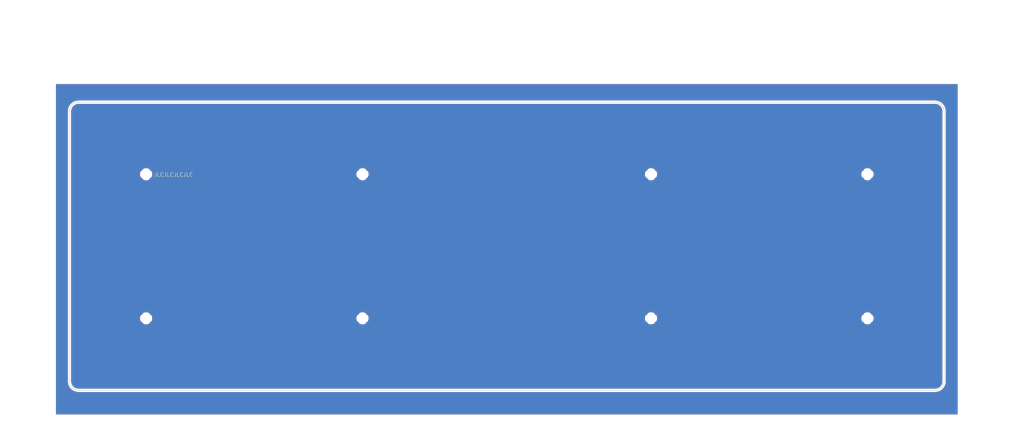
<source format=kicad_pcb>
(kicad_pcb (version 20171130) (host pcbnew "(5.0.0)")

  (general
    (thickness 1.6)
    (drawings 25)
    (tracks 0)
    (zones 0)
    (modules 8)
    (nets 1)
  )

  (page A4)
  (layers
    (0 F.Cu signal)
    (31 B.Cu signal)
    (32 B.Adhes user)
    (33 F.Adhes user)
    (34 B.Paste user)
    (35 F.Paste user)
    (36 B.SilkS user)
    (37 F.SilkS user)
    (38 B.Mask user)
    (39 F.Mask user)
    (40 Dwgs.User user)
    (41 Cmts.User user)
    (42 Eco1.User user)
    (43 Eco2.User user)
    (44 Edge.Cuts user)
    (45 Margin user)
    (46 B.CrtYd user)
    (47 F.CrtYd user)
    (48 B.Fab user)
    (49 F.Fab user)
  )

  (setup
    (last_trace_width 0.25)
    (trace_clearance 0.2)
    (zone_clearance 0.381)
    (zone_45_only no)
    (trace_min 0.2)
    (segment_width 0.2)
    (edge_width 0.15)
    (via_size 0.6)
    (via_drill 0.4)
    (via_min_size 0.4)
    (via_min_drill 0.3)
    (uvia_size 0.3)
    (uvia_drill 0.1)
    (uvias_allowed no)
    (uvia_min_size 0.2)
    (uvia_min_drill 0.1)
    (pcb_text_width 0.3)
    (pcb_text_size 1.5 1.5)
    (mod_edge_width 0.15)
    (mod_text_size 1 1)
    (mod_text_width 0.15)
    (pad_size 2 2)
    (pad_drill 1)
    (pad_to_mask_clearance 0.2)
    (aux_axis_origin 0 0)
    (visible_elements 7FFFFFFF)
    (pcbplotparams
      (layerselection 0x010fc_ffffffff)
      (usegerberextensions true)
      (usegerberattributes false)
      (usegerberadvancedattributes false)
      (creategerberjobfile false)
      (excludeedgelayer true)
      (linewidth 0.100000)
      (plotframeref false)
      (viasonmask false)
      (mode 1)
      (useauxorigin false)
      (hpglpennumber 1)
      (hpglpenspeed 20)
      (hpglpendiameter 15.000000)
      (psnegative false)
      (psa4output false)
      (plotreference true)
      (plotvalue true)
      (plotinvisibletext false)
      (padsonsilk false)
      (subtractmaskfromsilk false)
      (outputformat 1)
      (mirror false)
      (drillshape 0)
      (scaleselection 1)
      (outputdirectory "Gerber/"))
  )

  (net 0 "")

  (net_class Default "This is the default net class."
    (clearance 0.2)
    (trace_width 0.25)
    (via_dia 0.6)
    (via_drill 0.4)
    (uvia_dia 0.3)
    (uvia_drill 0.1)
  )

  (module MountingHole:MountingHole_2.2mm_M2_ISO7380 locked (layer F.Cu) (tedit 5BE7B8AF) (tstamp 5BF3F2CB)
    (at 47.625 47.625)
    (descr "Mounting Hole 2.2mm, no annular, M2, ISO7380")
    (tags "mounting hole 2.2mm no annular m2 iso7380")
    (path /5BEAA9AF)
    (attr virtual)
    (fp_text reference J1 (at 0 -2.75) (layer F.SilkS) hide
      (effects (font (size 1 1) (thickness 0.15)))
    )
    (fp_text value Conn_01x01 (at 0 2.75) (layer F.Fab)
      (effects (font (size 1 1) (thickness 0.15)))
    )
    (fp_text user %R (at 0.3 0) (layer F.Fab)
      (effects (font (size 1 1) (thickness 0.15)))
    )
    (fp_circle (center 0 0) (end 1.75 0) (layer Cmts.User) (width 0.15))
    (fp_circle (center 0 0) (end 2 0) (layer F.CrtYd) (width 0.05))
    (pad 1 np_thru_hole circle (at 0 0) (size 2.2 2.2) (drill 2.2) (layers *.Cu *.Mask))
  )

  (module MountingHole:MountingHole_2.2mm_M2_ISO7380 locked (layer F.Cu) (tedit 5BE7B8C0) (tstamp 5BF3F2D3)
    (at 104.775 47.625)
    (descr "Mounting Hole 2.2mm, no annular, M2, ISO7380")
    (tags "mounting hole 2.2mm no annular m2 iso7380")
    (path /5BEAABB7)
    (attr virtual)
    (fp_text reference J2 (at 0 -2.75) (layer F.SilkS) hide
      (effects (font (size 1 1) (thickness 0.15)))
    )
    (fp_text value Conn_01x01 (at 0 2.75) (layer F.Fab)
      (effects (font (size 1 1) (thickness 0.15)))
    )
    (fp_text user %R (at 0.3 0) (layer F.Fab)
      (effects (font (size 1 1) (thickness 0.15)))
    )
    (fp_circle (center 0 0) (end 1.75 0) (layer Cmts.User) (width 0.15))
    (fp_circle (center 0 0) (end 2 0) (layer F.CrtYd) (width 0.05))
    (pad 1 np_thru_hole circle (at 0 0) (size 2.2 2.2) (drill 2.2) (layers *.Cu *.Mask))
  )

  (module MountingHole:MountingHole_2.2mm_M2_ISO7380 locked (layer F.Cu) (tedit 5BE7B8AA) (tstamp 5BF3F2DB)
    (at 47.625 85.725)
    (descr "Mounting Hole 2.2mm, no annular, M2, ISO7380")
    (tags "mounting hole 2.2mm no annular m2 iso7380")
    (path /5BEAAD8D)
    (attr virtual)
    (fp_text reference J3 (at 0 -2.75) (layer F.SilkS) hide
      (effects (font (size 1 1) (thickness 0.15)))
    )
    (fp_text value Conn_01x01 (at 0 2.75) (layer F.Fab)
      (effects (font (size 1 1) (thickness 0.15)))
    )
    (fp_text user %R (at 0.3 0) (layer F.Fab)
      (effects (font (size 1 1) (thickness 0.15)))
    )
    (fp_circle (center 0 0) (end 1.75 0) (layer Cmts.User) (width 0.15))
    (fp_circle (center 0 0) (end 2 0) (layer F.CrtYd) (width 0.05))
    (pad 1 np_thru_hole circle (at 0 0) (size 2.2 2.2) (drill 2.2) (layers *.Cu *.Mask))
  )

  (module MountingHole:MountingHole_2.2mm_M2_ISO7380 locked (layer F.Cu) (tedit 5BE7B8A6) (tstamp 5BF3F2E3)
    (at 104.775 85.725)
    (descr "Mounting Hole 2.2mm, no annular, M2, ISO7380")
    (tags "mounting hole 2.2mm no annular m2 iso7380")
    (path /5BEAAF6D)
    (attr virtual)
    (fp_text reference J4 (at 0 -2.75) (layer F.SilkS) hide
      (effects (font (size 1 1) (thickness 0.15)))
    )
    (fp_text value Conn_01x01 (at 0 2.75) (layer F.Fab)
      (effects (font (size 1 1) (thickness 0.15)))
    )
    (fp_text user %R (at 0.3 0) (layer F.Fab)
      (effects (font (size 1 1) (thickness 0.15)))
    )
    (fp_circle (center 0 0) (end 1.75 0) (layer Cmts.User) (width 0.15))
    (fp_circle (center 0 0) (end 2 0) (layer F.CrtYd) (width 0.05))
    (pad 1 np_thru_hole circle (at 0 0) (size 2.2 2.2) (drill 2.2) (layers *.Cu *.Mask))
  )

  (module MountingHole:MountingHole_2.2mm_M2_ISO7380 locked (layer F.Cu) (tedit 5BE7B8A1) (tstamp 5BF3F2EB)
    (at 180.975 47.625)
    (descr "Mounting Hole 2.2mm, no annular, M2, ISO7380")
    (tags "mounting hole 2.2mm no annular m2 iso7380")
    (path /5BEAAAC9)
    (attr virtual)
    (fp_text reference J5 (at 0 -2.75) (layer F.SilkS) hide
      (effects (font (size 1 1) (thickness 0.15)))
    )
    (fp_text value Conn_01x01 (at 0 2.75) (layer F.Fab)
      (effects (font (size 1 1) (thickness 0.15)))
    )
    (fp_circle (center 0 0) (end 2 0) (layer F.CrtYd) (width 0.05))
    (fp_circle (center 0 0) (end 1.75 0) (layer Cmts.User) (width 0.15))
    (fp_text user %R (at 0.3 0) (layer F.Fab)
      (effects (font (size 1 1) (thickness 0.15)))
    )
    (pad 1 np_thru_hole circle (at 0 0) (size 2.2 2.2) (drill 2.2) (layers *.Cu *.Mask))
  )

  (module MountingHole:MountingHole_2.2mm_M2_ISO7380 locked (layer F.Cu) (tedit 5BE7B89B) (tstamp 5BF3F2F3)
    (at 180.975 85.725)
    (descr "Mounting Hole 2.2mm, no annular, M2, ISO7380")
    (tags "mounting hole 2.2mm no annular m2 iso7380")
    (path /5BEAAC9F)
    (attr virtual)
    (fp_text reference J6 (at 0 -2.75) (layer F.SilkS) hide
      (effects (font (size 1 1) (thickness 0.15)))
    )
    (fp_text value Conn_01x01 (at 0 2.75) (layer F.Fab)
      (effects (font (size 1 1) (thickness 0.15)))
    )
    (fp_circle (center 0 0) (end 2 0) (layer F.CrtYd) (width 0.05))
    (fp_circle (center 0 0) (end 1.75 0) (layer Cmts.User) (width 0.15))
    (fp_text user %R (at 0.3 0) (layer F.Fab)
      (effects (font (size 1 1) (thickness 0.15)))
    )
    (pad 1 np_thru_hole circle (at 0 0) (size 2.2 2.2) (drill 2.2) (layers *.Cu *.Mask))
  )

  (module MountingHole:MountingHole_2.2mm_M2_ISO7380 locked (layer F.Cu) (tedit 5BE7B88B) (tstamp 5BF3F2FB)
    (at 238.125 47.625)
    (descr "Mounting Hole 2.2mm, no annular, M2, ISO7380")
    (tags "mounting hole 2.2mm no annular m2 iso7380")
    (path /5BEAAE81)
    (attr virtual)
    (fp_text reference J7 (at 0 -2.75) (layer F.SilkS) hide
      (effects (font (size 1 1) (thickness 0.15)))
    )
    (fp_text value Conn_01x01 (at 0 2.75) (layer F.Fab)
      (effects (font (size 1 1) (thickness 0.15)))
    )
    (fp_circle (center 0 0) (end 2 0) (layer F.CrtYd) (width 0.05))
    (fp_circle (center 0 0) (end 1.75 0) (layer Cmts.User) (width 0.15))
    (fp_text user %R (at 0.3 0) (layer F.Fab)
      (effects (font (size 1 1) (thickness 0.15)))
    )
    (pad 1 np_thru_hole circle (at 0 0) (size 2.2 2.2) (drill 2.2) (layers *.Cu *.Mask))
  )

  (module MountingHole:MountingHole_2.2mm_M2_ISO7380 locked (layer F.Cu) (tedit 5BE7B895) (tstamp 5BF3F303)
    (at 238.125 85.725)
    (descr "Mounting Hole 2.2mm, no annular, M2, ISO7380")
    (tags "mounting hole 2.2mm no annular m2 iso7380")
    (path /5BEAB063)
    (attr virtual)
    (fp_text reference J8 (at 0 -2.75) (layer F.SilkS) hide
      (effects (font (size 1 1) (thickness 0.15)))
    )
    (fp_text value Conn_01x01 (at 0 2.75) (layer F.Fab)
      (effects (font (size 1 1) (thickness 0.15)))
    )
    (fp_circle (center 0 0) (end 2 0) (layer F.CrtYd) (width 0.05))
    (fp_circle (center 0 0) (end 1.75 0) (layer Cmts.User) (width 0.15))
    (fp_text user %R (at 0.3 0) (layer F.Fab)
      (effects (font (size 1 1) (thickness 0.15)))
    )
    (pad 1 np_thru_hole circle (at 0 0) (size 2.2 2.2) (drill 2.2) (layers *.Cu *.Mask))
  )

  (gr_text JLCJLCJLCJLC (at 54.864 47.752) (layer F.SilkS)
    (effects (font (size 1 1) (thickness 0.1)))
  )
  (gr_line (start 27.384375 102.39375) (end 27.384375 30.95625) (layer Edge.Cuts) (width 0.15))
  (gr_line (start 258.365625 30.95625) (end 258.365625 102.39375) (layer Edge.Cuts) (width 0.15))
  (gr_arc (start 255.984375 30.95625) (end 255.984375 28.575) (angle 90) (layer Edge.Cuts) (width 0.15))
  (gr_arc (start 255.984375 102.39375) (end 258.365625 102.39375) (angle 90) (layer Edge.Cuts) (width 0.15))
  (gr_arc (start 29.765625 102.39375) (end 29.765625 104.775) (angle 90) (layer Edge.Cuts) (width 0.15))
  (gr_arc (start 29.765625 30.95625) (end 27.384375 30.95625) (angle 90) (layer Edge.Cuts) (width 0.15))
  (dimension 230.98125 (width 0.3) (layer Dwgs.User)
    (gr_text "230.981 mm" (at 142.875 3.4125) (layer Dwgs.User)
      (effects (font (size 1.5 1.5) (thickness 0.3)))
    )
    (feature1 (pts (xy 27.384375 28.575) (xy 27.384375 2.0625)))
    (feature2 (pts (xy 258.365625 28.575) (xy 258.365625 2.0625)))
    (crossbar (pts (xy 258.365625 4.7625) (xy 27.384375 4.7625)))
    (arrow1a (pts (xy 27.384375 4.7625) (xy 28.510879 4.176079)))
    (arrow1b (pts (xy 27.384375 4.7625) (xy 28.510879 5.348921)))
    (arrow2a (pts (xy 258.365625 4.7625) (xy 257.239121 4.176079)))
    (arrow2b (pts (xy 258.365625 4.7625) (xy 257.239121 5.348921)))
  )
  (dimension 1.190625 (width 0.3) (layer Dwgs.User)
    (gr_text "1.191 mm" (at 257.770312 21.271875) (layer Dwgs.User)
      (effects (font (size 1.5 1.5) (thickness 0.3)))
    )
    (feature1 (pts (xy 258.365625 28.575) (xy 258.365625 19.921875)))
    (feature2 (pts (xy 257.175 28.575) (xy 257.175 19.921875)))
    (crossbar (pts (xy 257.175 22.621875) (xy 258.365625 22.621875)))
    (arrow1a (pts (xy 258.365625 22.621875) (xy 257.239121 23.208296)))
    (arrow1b (pts (xy 258.365625 22.621875) (xy 257.239121 22.035454)))
    (arrow2a (pts (xy 257.175 22.621875) (xy 258.301504 23.208296)))
    (arrow2b (pts (xy 257.175 22.621875) (xy 258.301504 22.035454)))
  )
  (dimension 1.190625 (width 0.3) (layer Dwgs.User)
    (gr_text "1.191 mm" (at 27.979687 10.55625) (layer Dwgs.User)
      (effects (font (size 1.5 1.5) (thickness 0.3)))
    )
    (feature1 (pts (xy 27.384375 28.575) (xy 27.384375 9.20625)))
    (feature2 (pts (xy 28.575 28.575) (xy 28.575 9.20625)))
    (crossbar (pts (xy 28.575 11.90625) (xy 27.384375 11.90625)))
    (arrow1a (pts (xy 27.384375 11.90625) (xy 28.510879 11.319829)))
    (arrow1b (pts (xy 27.384375 11.90625) (xy 28.510879 12.492671)))
    (arrow2a (pts (xy 28.575 11.90625) (xy 27.448496 11.319829)))
    (arrow2b (pts (xy 28.575 11.90625) (xy 27.448496 12.492671)))
  )
  (dimension 38.1 (width 0.3) (layer Dwgs.User)
    (gr_text "38.100 mm" (at 47.625 116.44375) (layer Dwgs.User)
      (effects (font (size 1.5 1.5) (thickness 0.3)))
    )
    (feature1 (pts (xy 66.675 104.775) (xy 66.675 117.79375)))
    (feature2 (pts (xy 28.575 104.775) (xy 28.575 117.79375)))
    (crossbar (pts (xy 28.575 115.09375) (xy 66.675 115.09375)))
    (arrow1a (pts (xy 66.675 115.09375) (xy 65.548496 115.680171)))
    (arrow1b (pts (xy 66.675 115.09375) (xy 65.548496 114.507329)))
    (arrow2a (pts (xy 28.575 115.09375) (xy 29.701504 115.680171)))
    (arrow2b (pts (xy 28.575 115.09375) (xy 29.701504 114.507329)))
  )
  (dimension 19.05 (width 0.3) (layer Dwgs.User)
    (gr_text "19.050 mm" (at 15.31875 95.25 90) (layer Dwgs.User)
      (effects (font (size 1.5 1.5) (thickness 0.3)))
    )
    (feature1 (pts (xy 28.575 85.725) (xy 13.96875 85.725)))
    (feature2 (pts (xy 28.575 104.775) (xy 13.96875 104.775)))
    (crossbar (pts (xy 16.66875 104.775) (xy 16.66875 85.725)))
    (arrow1a (pts (xy 16.66875 85.725) (xy 17.255171 86.851504)))
    (arrow1b (pts (xy 16.66875 85.725) (xy 16.082329 86.851504)))
    (arrow2a (pts (xy 16.66875 104.775) (xy 17.255171 103.648496)))
    (arrow2b (pts (xy 16.66875 104.775) (xy 16.082329 103.648496)))
  )
  (dimension 209.55 (width 0.3) (layer Dwgs.User)
    (gr_text "209.550 mm" (at 133.35 7.38125) (layer Dwgs.User)
      (effects (font (size 1.5 1.5) (thickness 0.3)))
    )
    (feature1 (pts (xy 238.125 28.575) (xy 238.125 6.03125)))
    (feature2 (pts (xy 28.575 28.575) (xy 28.575 6.03125)))
    (crossbar (pts (xy 28.575 8.73125) (xy 238.125 8.73125)))
    (arrow1a (pts (xy 238.125 8.73125) (xy 236.998496 9.317671)))
    (arrow1b (pts (xy 238.125 8.73125) (xy 236.998496 8.144829)))
    (arrow2a (pts (xy 28.575 8.73125) (xy 29.701504 9.317671)))
    (arrow2b (pts (xy 28.575 8.73125) (xy 29.701504 8.144829)))
  )
  (dimension 171.45 (width 0.3) (layer Dwgs.User)
    (gr_text "171.450 mm" (at 114.3 10.55625) (layer Dwgs.User)
      (effects (font (size 1.5 1.5) (thickness 0.3)))
    )
    (feature1 (pts (xy 200.025 28.575) (xy 200.025 9.20625)))
    (feature2 (pts (xy 28.575 28.575) (xy 28.575 9.20625)))
    (crossbar (pts (xy 28.575 11.90625) (xy 200.025 11.90625)))
    (arrow1a (pts (xy 200.025 11.90625) (xy 198.898496 12.492671)))
    (arrow1b (pts (xy 200.025 11.90625) (xy 198.898496 11.319829)))
    (arrow2a (pts (xy 28.575 11.90625) (xy 29.701504 12.492671)))
    (arrow2b (pts (xy 28.575 11.90625) (xy 29.701504 11.319829)))
  )
  (dimension 114.3 (width 0.3) (layer Dwgs.User)
    (gr_text "114.300 mm" (at 85.725 13.73125) (layer Dwgs.User)
      (effects (font (size 1.5 1.5) (thickness 0.3)))
    )
    (feature1 (pts (xy 142.875 28.575) (xy 142.875 12.38125)))
    (feature2 (pts (xy 28.575 28.575) (xy 28.575 12.38125)))
    (crossbar (pts (xy 28.575 15.08125) (xy 142.875 15.08125)))
    (arrow1a (pts (xy 142.875 15.08125) (xy 141.748496 15.667671)))
    (arrow1b (pts (xy 142.875 15.08125) (xy 141.748496 14.494829)))
    (arrow2a (pts (xy 28.575 15.08125) (xy 29.701504 15.667671)))
    (arrow2b (pts (xy 28.575 15.08125) (xy 29.701504 14.494829)))
  )
  (dimension 57.15 (width 0.3) (layer Dwgs.User)
    (gr_text "57.150 mm" (at 57.15 16.90625) (layer Dwgs.User)
      (effects (font (size 1.5 1.5) (thickness 0.3)))
    )
    (feature1 (pts (xy 85.725 28.575) (xy 85.725 15.55625)))
    (feature2 (pts (xy 28.575 28.575) (xy 28.575 15.55625)))
    (crossbar (pts (xy 28.575 18.25625) (xy 85.725 18.25625)))
    (arrow1a (pts (xy 85.725 18.25625) (xy 84.598496 18.842671)))
    (arrow1b (pts (xy 85.725 18.25625) (xy 84.598496 17.669829)))
    (arrow2a (pts (xy 28.575 18.25625) (xy 29.701504 18.842671)))
    (arrow2b (pts (xy 28.575 18.25625) (xy 29.701504 17.669829)))
  )
  (dimension 19.05 (width 0.3) (layer Dwgs.User)
    (gr_text "19.050 mm" (at 38.1 20.08125) (layer Dwgs.User)
      (effects (font (size 1.5 1.5) (thickness 0.3)))
    )
    (feature1 (pts (xy 47.625 28.575) (xy 47.625 18.73125)))
    (feature2 (pts (xy 28.575 28.575) (xy 28.575 18.73125)))
    (crossbar (pts (xy 28.575 21.43125) (xy 47.625 21.43125)))
    (arrow1a (pts (xy 47.625 21.43125) (xy 46.498496 22.017671)))
    (arrow1b (pts (xy 47.625 21.43125) (xy 46.498496 20.844829)))
    (arrow2a (pts (xy 28.575 21.43125) (xy 29.701504 22.017671)))
    (arrow2b (pts (xy 28.575 21.43125) (xy 29.701504 20.844829)))
  )
  (dimension 57.15 (width 0.3) (layer Dwgs.User)
    (gr_text "57.150 mm" (at 276.78125 57.15 270) (layer Dwgs.User)
      (effects (font (size 1.5 1.5) (thickness 0.3)))
    )
    (feature1 (pts (xy 257.175 85.725) (xy 278.13125 85.725)))
    (feature2 (pts (xy 257.175 28.575) (xy 278.13125 28.575)))
    (crossbar (pts (xy 275.43125 28.575) (xy 275.43125 85.725)))
    (arrow1a (pts (xy 275.43125 85.725) (xy 274.844829 84.598496)))
    (arrow1b (pts (xy 275.43125 85.725) (xy 276.017671 84.598496)))
    (arrow2a (pts (xy 275.43125 28.575) (xy 274.844829 29.701504)))
    (arrow2b (pts (xy 275.43125 28.575) (xy 276.017671 29.701504)))
  )
  (dimension 38.1 (width 0.3) (layer Dwgs.User)
    (gr_text "38.100 mm" (at 272.01875 47.625 270) (layer Dwgs.User)
      (effects (font (size 1.5 1.5) (thickness 0.3)))
    )
    (feature1 (pts (xy 257.175 66.675) (xy 273.36875 66.675)))
    (feature2 (pts (xy 257.175 28.575) (xy 273.36875 28.575)))
    (crossbar (pts (xy 270.66875 28.575) (xy 270.66875 66.675)))
    (arrow1a (pts (xy 270.66875 66.675) (xy 270.082329 65.548496)))
    (arrow1b (pts (xy 270.66875 66.675) (xy 271.255171 65.548496)))
    (arrow2a (pts (xy 270.66875 28.575) (xy 270.082329 29.701504)))
    (arrow2b (pts (xy 270.66875 28.575) (xy 271.255171 29.701504)))
  )
  (dimension 19.05 (width 0.3) (layer Dwgs.User)
    (gr_text "19.050 mm" (at 267.25625 38.1 270) (layer Dwgs.User)
      (effects (font (size 1.5 1.5) (thickness 0.3)))
    )
    (feature1 (pts (xy 257.175 47.625) (xy 268.60625 47.625)))
    (feature2 (pts (xy 257.175 28.575) (xy 268.60625 28.575)))
    (crossbar (pts (xy 265.90625 28.575) (xy 265.90625 47.625)))
    (arrow1a (pts (xy 265.90625 47.625) (xy 265.319829 46.498496)))
    (arrow1b (pts (xy 265.90625 47.625) (xy 266.492671 46.498496)))
    (arrow2a (pts (xy 265.90625 28.575) (xy 265.319829 29.701504)))
    (arrow2b (pts (xy 265.90625 28.575) (xy 266.492671 29.701504)))
  )
  (dimension 76.2 (width 0.3) (layer Dwgs.User)
    (gr_text "76.200 mm" (at 262.49375 66.675 270) (layer Dwgs.User)
      (effects (font (size 1.5 1.5) (thickness 0.3)))
    )
    (feature1 (pts (xy 257.175 104.775) (xy 263.84375 104.775)))
    (feature2 (pts (xy 257.175 28.575) (xy 263.84375 28.575)))
    (crossbar (pts (xy 261.14375 28.575) (xy 261.14375 104.775)))
    (arrow1a (pts (xy 261.14375 104.775) (xy 260.557329 103.648496)))
    (arrow1b (pts (xy 261.14375 104.775) (xy 261.730171 103.648496)))
    (arrow2a (pts (xy 261.14375 28.575) (xy 260.557329 29.701504)))
    (arrow2b (pts (xy 261.14375 28.575) (xy 261.730171 29.701504)))
  )
  (dimension 228.6 (width 0.3) (layer Dwgs.User)
    (gr_text "228.600 mm" (at 142.875 23.25625) (layer Dwgs.User)
      (effects (font (size 1.5 1.5) (thickness 0.3)))
    )
    (feature1 (pts (xy 257.175 28.575) (xy 257.175 21.90625)))
    (feature2 (pts (xy 28.575 28.575) (xy 28.575 21.90625)))
    (crossbar (pts (xy 28.575 24.60625) (xy 257.175 24.60625)))
    (arrow1a (pts (xy 257.175 24.60625) (xy 256.048496 25.192671)))
    (arrow1b (pts (xy 257.175 24.60625) (xy 256.048496 24.019829)))
    (arrow2a (pts (xy 28.575 24.60625) (xy 29.701504 25.192671)))
    (arrow2b (pts (xy 28.575 24.60625) (xy 29.701504 24.019829)))
  )
  (gr_line (start 255.984375 104.775) (end 29.765625 104.775) (layer Edge.Cuts) (width 0.15))
  (gr_line (start 29.765625 28.575) (end 255.984375 28.575) (layer Edge.Cuts) (width 0.15))
  (dimension 3.96875 (width 0.3) (layer Dwgs.User)
    (gr_text "3.969 mm" (at 23.25625 30.559375 270) (layer Dwgs.User)
      (effects (font (size 1.5 1.5) (thickness 0.3)))
    )
    (feature1 (pts (xy 28.575 32.54375) (xy 21.90625 32.54375)))
    (feature2 (pts (xy 28.575 28.575) (xy 21.90625 28.575)))
    (crossbar (pts (xy 24.60625 28.575) (xy 24.60625 32.54375)))
    (arrow1a (pts (xy 24.60625 32.54375) (xy 24.019829 31.417246)))
    (arrow1b (pts (xy 24.60625 32.54375) (xy 25.192671 31.417246)))
    (arrow2a (pts (xy 24.60625 28.575) (xy 24.019829 29.701504)))
    (arrow2b (pts (xy 24.60625 28.575) (xy 25.192671 29.701504)))
  )

  (zone (net 0) (net_name "") (layer F.Cu) (tstamp 5BF3FF96) (hatch edge 0.508)
    (connect_pads (clearance 0.381))
    (min_thickness 0.254)
    (fill yes (arc_segments 16) (thermal_gap 0.508) (thermal_bridge_width 0.508))
    (polygon
      (pts
        (xy 23.8125 23.8125) (xy 261.9375 23.8125) (xy 261.9375 111.125) (xy 23.8125 111.125)
      )
    )
    (filled_polygon
      (pts
        (xy 261.8105 110.998) (xy 23.9395 110.998) (xy 23.9395 102.451166) (xy 26.801375 102.451166) (xy 26.808853 102.488759)
        (xy 26.887501 103.086152) (xy 26.887501 103.08616) (xy 26.926892 103.233168) (xy 27.16478 103.80748) (xy 27.240877 103.939284)
        (xy 27.24088 103.939287) (xy 27.619298 104.432451) (xy 27.619301 104.432456) (xy 27.726919 104.540074) (xy 27.726924 104.540077)
        (xy 28.220088 104.918495) (xy 28.220091 104.918498) (xy 28.351895 104.994595) (xy 28.926204 105.232482) (xy 28.926207 105.232483)
        (xy 28.965598 105.243038) (xy 29.073216 105.271874) (xy 29.073223 105.271874) (xy 29.670613 105.350522) (xy 29.708208 105.358)
        (xy 256.041792 105.358) (xy 256.079387 105.350522) (xy 256.676777 105.271874) (xy 256.676785 105.271874) (xy 256.823793 105.232483)
        (xy 257.398105 104.994595) (xy 257.529909 104.918498) (xy 257.529912 104.918495) (xy 258.023076 104.540077) (xy 258.023081 104.540074)
        (xy 258.130699 104.432456) (xy 258.130702 104.432451) (xy 258.50912 103.939287) (xy 258.509123 103.939284) (xy 258.58522 103.80748)
        (xy 258.823108 103.233167) (xy 258.8241 103.229467) (xy 258.833663 103.193777) (xy 258.862499 103.086159) (xy 258.862499 103.086152)
        (xy 258.941147 102.488762) (xy 258.948625 102.451167) (xy 258.948625 30.898833) (xy 258.941147 30.861238) (xy 258.862499 30.263848)
        (xy 258.862499 30.263841) (xy 258.833663 30.156223) (xy 258.823108 30.116832) (xy 258.823107 30.116829) (xy 258.58522 29.54252)
        (xy 258.509123 29.410716) (xy 258.50912 29.410713) (xy 258.130702 28.917549) (xy 258.130699 28.917544) (xy 258.023081 28.809926)
        (xy 258.023076 28.809923) (xy 257.529912 28.431505) (xy 257.529909 28.431502) (xy 257.398105 28.355405) (xy 256.823793 28.117517)
        (xy 256.676785 28.078126) (xy 256.676777 28.078126) (xy 256.079387 27.999478) (xy 256.041792 27.992) (xy 29.708208 27.992)
        (xy 29.670613 27.999478) (xy 29.073223 28.078126) (xy 29.073216 28.078126) (xy 28.965598 28.106962) (xy 28.926207 28.117517)
        (xy 28.926204 28.117518) (xy 28.351895 28.355405) (xy 28.220091 28.431502) (xy 28.220088 28.431505) (xy 27.726924 28.809923)
        (xy 27.726919 28.809926) (xy 27.619301 28.917544) (xy 27.619298 28.917549) (xy 27.24088 29.410713) (xy 27.240877 29.410716)
        (xy 27.16478 29.54252) (xy 26.926892 30.116832) (xy 26.887501 30.26384) (xy 26.887501 30.263848) (xy 26.808851 30.861253)
        (xy 26.801376 30.898833) (xy 26.801375 102.451166) (xy 23.9395 102.451166) (xy 23.9395 23.9395) (xy 261.8105 23.9395)
      )
    )
    (filled_polygon
      (pts
        (xy 256.448492 29.224132) (xy 256.880985 29.403277) (xy 257.252372 29.688253) (xy 257.537348 30.059639) (xy 257.716493 30.492133)
        (xy 257.782625 30.994459) (xy 257.782626 102.355533) (xy 257.716493 102.857867) (xy 257.537348 103.290361) (xy 257.252372 103.661747)
        (xy 256.880985 103.946723) (xy 256.448492 104.125868) (xy 255.946166 104.192) (xy 29.803834 104.192) (xy 29.301508 104.125868)
        (xy 28.869014 103.946723) (xy 28.497628 103.661747) (xy 28.212652 103.29036) (xy 28.033507 102.857867) (xy 27.967375 102.355541)
        (xy 27.967375 85.436593) (xy 45.879677 85.436593) (xy 45.902164 86.126453) (xy 46.122901 86.659359) (xy 46.39359 86.767646)
        (xy 46.582354 86.95641) (xy 46.690641 87.227099) (xy 47.336593 87.470323) (xy 48.026453 87.447836) (xy 48.559359 87.227099)
        (xy 48.667646 86.95641) (xy 48.85641 86.767646) (xy 49.127099 86.659359) (xy 49.370323 86.013407) (xy 49.351521 85.436593)
        (xy 103.029677 85.436593) (xy 103.052164 86.126453) (xy 103.272901 86.659359) (xy 103.54359 86.767646) (xy 103.732354 86.95641)
        (xy 103.840641 87.227099) (xy 104.486593 87.470323) (xy 105.176453 87.447836) (xy 105.709359 87.227099) (xy 105.817646 86.95641)
        (xy 106.00641 86.767646) (xy 106.277099 86.659359) (xy 106.520323 86.013407) (xy 106.501521 85.436593) (xy 179.229677 85.436593)
        (xy 179.252164 86.126453) (xy 179.472901 86.659359) (xy 179.74359 86.767646) (xy 179.932354 86.95641) (xy 180.040641 87.227099)
        (xy 180.686593 87.470323) (xy 181.376453 87.447836) (xy 181.909359 87.227099) (xy 182.017646 86.95641) (xy 182.20641 86.767646)
        (xy 182.477099 86.659359) (xy 182.720323 86.013407) (xy 182.701521 85.436593) (xy 236.379677 85.436593) (xy 236.402164 86.126453)
        (xy 236.622901 86.659359) (xy 236.89359 86.767646) (xy 237.082354 86.95641) (xy 237.190641 87.227099) (xy 237.836593 87.470323)
        (xy 238.526453 87.447836) (xy 239.059359 87.227099) (xy 239.167646 86.95641) (xy 239.35641 86.767646) (xy 239.627099 86.659359)
        (xy 239.870323 86.013407) (xy 239.847836 85.323547) (xy 239.627099 84.790641) (xy 239.35641 84.682354) (xy 239.167646 84.49359)
        (xy 239.059359 84.222901) (xy 238.413407 83.979677) (xy 237.723547 84.002164) (xy 237.190641 84.222901) (xy 237.082354 84.49359)
        (xy 236.89359 84.682354) (xy 236.622901 84.790641) (xy 236.379677 85.436593) (xy 182.701521 85.436593) (xy 182.697836 85.323547)
        (xy 182.477099 84.790641) (xy 182.20641 84.682354) (xy 182.017646 84.49359) (xy 181.909359 84.222901) (xy 181.263407 83.979677)
        (xy 180.573547 84.002164) (xy 180.040641 84.222901) (xy 179.932354 84.49359) (xy 179.74359 84.682354) (xy 179.472901 84.790641)
        (xy 179.229677 85.436593) (xy 106.501521 85.436593) (xy 106.497836 85.323547) (xy 106.277099 84.790641) (xy 106.00641 84.682354)
        (xy 105.817646 84.49359) (xy 105.709359 84.222901) (xy 105.063407 83.979677) (xy 104.373547 84.002164) (xy 103.840641 84.222901)
        (xy 103.732354 84.49359) (xy 103.54359 84.682354) (xy 103.272901 84.790641) (xy 103.029677 85.436593) (xy 49.351521 85.436593)
        (xy 49.347836 85.323547) (xy 49.127099 84.790641) (xy 48.85641 84.682354) (xy 48.667646 84.49359) (xy 48.559359 84.222901)
        (xy 47.913407 83.979677) (xy 47.223547 84.002164) (xy 46.690641 84.222901) (xy 46.582354 84.49359) (xy 46.39359 84.682354)
        (xy 46.122901 84.790641) (xy 45.879677 85.436593) (xy 27.967375 85.436593) (xy 27.967375 47.336593) (xy 45.879677 47.336593)
        (xy 45.902164 48.026453) (xy 46.122901 48.559359) (xy 46.39359 48.667646) (xy 46.582354 48.85641) (xy 46.690641 49.127099)
        (xy 47.336593 49.370323) (xy 48.026453 49.347836) (xy 48.559359 49.127099) (xy 48.667646 48.85641) (xy 48.85641 48.667646)
        (xy 49.127099 48.559359) (xy 49.370323 47.913407) (xy 49.351521 47.336593) (xy 103.029677 47.336593) (xy 103.052164 48.026453)
        (xy 103.272901 48.559359) (xy 103.54359 48.667646) (xy 103.732354 48.85641) (xy 103.840641 49.127099) (xy 104.486593 49.370323)
        (xy 105.176453 49.347836) (xy 105.709359 49.127099) (xy 105.817646 48.85641) (xy 106.00641 48.667646) (xy 106.277099 48.559359)
        (xy 106.520323 47.913407) (xy 106.501521 47.336593) (xy 179.229677 47.336593) (xy 179.252164 48.026453) (xy 179.472901 48.559359)
        (xy 179.74359 48.667646) (xy 179.932354 48.85641) (xy 180.040641 49.127099) (xy 180.686593 49.370323) (xy 181.376453 49.347836)
        (xy 181.909359 49.127099) (xy 182.017646 48.85641) (xy 182.20641 48.667646) (xy 182.477099 48.559359) (xy 182.720323 47.913407)
        (xy 182.701521 47.336593) (xy 236.379677 47.336593) (xy 236.402164 48.026453) (xy 236.622901 48.559359) (xy 236.89359 48.667646)
        (xy 237.082354 48.85641) (xy 237.190641 49.127099) (xy 237.836593 49.370323) (xy 238.526453 49.347836) (xy 239.059359 49.127099)
        (xy 239.167646 48.85641) (xy 239.35641 48.667646) (xy 239.627099 48.559359) (xy 239.870323 47.913407) (xy 239.847836 47.223547)
        (xy 239.627099 46.690641) (xy 239.35641 46.582354) (xy 239.167646 46.39359) (xy 239.059359 46.122901) (xy 238.413407 45.879677)
        (xy 237.723547 45.902164) (xy 237.190641 46.122901) (xy 237.082354 46.39359) (xy 236.89359 46.582354) (xy 236.622901 46.690641)
        (xy 236.379677 47.336593) (xy 182.701521 47.336593) (xy 182.697836 47.223547) (xy 182.477099 46.690641) (xy 182.20641 46.582354)
        (xy 182.017646 46.39359) (xy 181.909359 46.122901) (xy 181.263407 45.879677) (xy 180.573547 45.902164) (xy 180.040641 46.122901)
        (xy 179.932354 46.39359) (xy 179.74359 46.582354) (xy 179.472901 46.690641) (xy 179.229677 47.336593) (xy 106.501521 47.336593)
        (xy 106.497836 47.223547) (xy 106.277099 46.690641) (xy 106.00641 46.582354) (xy 105.817646 46.39359) (xy 105.709359 46.122901)
        (xy 105.063407 45.879677) (xy 104.373547 45.902164) (xy 103.840641 46.122901) (xy 103.732354 46.39359) (xy 103.54359 46.582354)
        (xy 103.272901 46.690641) (xy 103.029677 47.336593) (xy 49.351521 47.336593) (xy 49.347836 47.223547) (xy 49.127099 46.690641)
        (xy 48.85641 46.582354) (xy 48.667646 46.39359) (xy 48.559359 46.122901) (xy 47.913407 45.879677) (xy 47.223547 45.902164)
        (xy 46.690641 46.122901) (xy 46.582354 46.39359) (xy 46.39359 46.582354) (xy 46.122901 46.690641) (xy 45.879677 47.336593)
        (xy 27.967375 47.336593) (xy 27.967375 30.994459) (xy 28.033507 30.492133) (xy 28.212652 30.05964) (xy 28.497628 29.688253)
        (xy 28.869014 29.403277) (xy 29.301508 29.224132) (xy 29.803834 29.158) (xy 255.946166 29.158)
      )
    )
  )
  (zone (net 0) (net_name "") (layer B.Cu) (tstamp 5BF3FF93) (hatch edge 0.508)
    (connect_pads (clearance 0.381))
    (min_thickness 0.254)
    (fill yes (arc_segments 16) (thermal_gap 0.508) (thermal_bridge_width 0.508))
    (polygon
      (pts
        (xy 23.8125 23.8125) (xy 261.9375 23.8125) (xy 261.9375 111.125) (xy 23.8125 111.125)
      )
    )
    (filled_polygon
      (pts
        (xy 261.8105 110.998) (xy 23.9395 110.998) (xy 23.9395 102.451166) (xy 26.801375 102.451166) (xy 26.808853 102.488759)
        (xy 26.887501 103.086152) (xy 26.887501 103.08616) (xy 26.926892 103.233168) (xy 27.16478 103.80748) (xy 27.240877 103.939284)
        (xy 27.24088 103.939287) (xy 27.619298 104.432451) (xy 27.619301 104.432456) (xy 27.726919 104.540074) (xy 27.726924 104.540077)
        (xy 28.220088 104.918495) (xy 28.220091 104.918498) (xy 28.351895 104.994595) (xy 28.926204 105.232482) (xy 28.926207 105.232483)
        (xy 28.965598 105.243038) (xy 29.073216 105.271874) (xy 29.073223 105.271874) (xy 29.670613 105.350522) (xy 29.708208 105.358)
        (xy 256.041792 105.358) (xy 256.079387 105.350522) (xy 256.676777 105.271874) (xy 256.676785 105.271874) (xy 256.823793 105.232483)
        (xy 257.398105 104.994595) (xy 257.529909 104.918498) (xy 257.529912 104.918495) (xy 258.023076 104.540077) (xy 258.023081 104.540074)
        (xy 258.130699 104.432456) (xy 258.130702 104.432451) (xy 258.50912 103.939287) (xy 258.509123 103.939284) (xy 258.58522 103.80748)
        (xy 258.823108 103.233167) (xy 258.8241 103.229467) (xy 258.833663 103.193777) (xy 258.862499 103.086159) (xy 258.862499 103.086152)
        (xy 258.941147 102.488762) (xy 258.948625 102.451167) (xy 258.948625 30.898833) (xy 258.941147 30.861238) (xy 258.862499 30.263848)
        (xy 258.862499 30.263841) (xy 258.833663 30.156223) (xy 258.823108 30.116832) (xy 258.823107 30.116829) (xy 258.58522 29.54252)
        (xy 258.509123 29.410716) (xy 258.50912 29.410713) (xy 258.130702 28.917549) (xy 258.130699 28.917544) (xy 258.023081 28.809926)
        (xy 258.023076 28.809923) (xy 257.529912 28.431505) (xy 257.529909 28.431502) (xy 257.398105 28.355405) (xy 256.823793 28.117517)
        (xy 256.676785 28.078126) (xy 256.676777 28.078126) (xy 256.079387 27.999478) (xy 256.041792 27.992) (xy 29.708208 27.992)
        (xy 29.670613 27.999478) (xy 29.073223 28.078126) (xy 29.073216 28.078126) (xy 28.965598 28.106962) (xy 28.926207 28.117517)
        (xy 28.926204 28.117518) (xy 28.351895 28.355405) (xy 28.220091 28.431502) (xy 28.220088 28.431505) (xy 27.726924 28.809923)
        (xy 27.726919 28.809926) (xy 27.619301 28.917544) (xy 27.619298 28.917549) (xy 27.24088 29.410713) (xy 27.240877 29.410716)
        (xy 27.16478 29.54252) (xy 26.926892 30.116832) (xy 26.887501 30.26384) (xy 26.887501 30.263848) (xy 26.808851 30.861253)
        (xy 26.801376 30.898833) (xy 26.801375 102.451166) (xy 23.9395 102.451166) (xy 23.9395 23.9395) (xy 261.8105 23.9395)
      )
    )
    (filled_polygon
      (pts
        (xy 256.448492 29.224132) (xy 256.880985 29.403277) (xy 257.252372 29.688253) (xy 257.537348 30.059639) (xy 257.716493 30.492133)
        (xy 257.782625 30.994459) (xy 257.782626 102.355533) (xy 257.716493 102.857867) (xy 257.537348 103.290361) (xy 257.252372 103.661747)
        (xy 256.880985 103.946723) (xy 256.448492 104.125868) (xy 255.946166 104.192) (xy 29.803834 104.192) (xy 29.301508 104.125868)
        (xy 28.869014 103.946723) (xy 28.497628 103.661747) (xy 28.212652 103.29036) (xy 28.033507 102.857867) (xy 27.967375 102.355541)
        (xy 27.967375 85.436593) (xy 45.879677 85.436593) (xy 45.902164 86.126453) (xy 46.122901 86.659359) (xy 46.39359 86.767646)
        (xy 46.582354 86.95641) (xy 46.690641 87.227099) (xy 47.336593 87.470323) (xy 48.026453 87.447836) (xy 48.559359 87.227099)
        (xy 48.667646 86.95641) (xy 48.85641 86.767646) (xy 49.127099 86.659359) (xy 49.370323 86.013407) (xy 49.351521 85.436593)
        (xy 103.029677 85.436593) (xy 103.052164 86.126453) (xy 103.272901 86.659359) (xy 103.54359 86.767646) (xy 103.732354 86.95641)
        (xy 103.840641 87.227099) (xy 104.486593 87.470323) (xy 105.176453 87.447836) (xy 105.709359 87.227099) (xy 105.817646 86.95641)
        (xy 106.00641 86.767646) (xy 106.277099 86.659359) (xy 106.520323 86.013407) (xy 106.501521 85.436593) (xy 179.229677 85.436593)
        (xy 179.252164 86.126453) (xy 179.472901 86.659359) (xy 179.74359 86.767646) (xy 179.932354 86.95641) (xy 180.040641 87.227099)
        (xy 180.686593 87.470323) (xy 181.376453 87.447836) (xy 181.909359 87.227099) (xy 182.017646 86.95641) (xy 182.20641 86.767646)
        (xy 182.477099 86.659359) (xy 182.720323 86.013407) (xy 182.701521 85.436593) (xy 236.379677 85.436593) (xy 236.402164 86.126453)
        (xy 236.622901 86.659359) (xy 236.89359 86.767646) (xy 237.082354 86.95641) (xy 237.190641 87.227099) (xy 237.836593 87.470323)
        (xy 238.526453 87.447836) (xy 239.059359 87.227099) (xy 239.167646 86.95641) (xy 239.35641 86.767646) (xy 239.627099 86.659359)
        (xy 239.870323 86.013407) (xy 239.847836 85.323547) (xy 239.627099 84.790641) (xy 239.35641 84.682354) (xy 239.167646 84.49359)
        (xy 239.059359 84.222901) (xy 238.413407 83.979677) (xy 237.723547 84.002164) (xy 237.190641 84.222901) (xy 237.082354 84.49359)
        (xy 236.89359 84.682354) (xy 236.622901 84.790641) (xy 236.379677 85.436593) (xy 182.701521 85.436593) (xy 182.697836 85.323547)
        (xy 182.477099 84.790641) (xy 182.20641 84.682354) (xy 182.017646 84.49359) (xy 181.909359 84.222901) (xy 181.263407 83.979677)
        (xy 180.573547 84.002164) (xy 180.040641 84.222901) (xy 179.932354 84.49359) (xy 179.74359 84.682354) (xy 179.472901 84.790641)
        (xy 179.229677 85.436593) (xy 106.501521 85.436593) (xy 106.497836 85.323547) (xy 106.277099 84.790641) (xy 106.00641 84.682354)
        (xy 105.817646 84.49359) (xy 105.709359 84.222901) (xy 105.063407 83.979677) (xy 104.373547 84.002164) (xy 103.840641 84.222901)
        (xy 103.732354 84.49359) (xy 103.54359 84.682354) (xy 103.272901 84.790641) (xy 103.029677 85.436593) (xy 49.351521 85.436593)
        (xy 49.347836 85.323547) (xy 49.127099 84.790641) (xy 48.85641 84.682354) (xy 48.667646 84.49359) (xy 48.559359 84.222901)
        (xy 47.913407 83.979677) (xy 47.223547 84.002164) (xy 46.690641 84.222901) (xy 46.582354 84.49359) (xy 46.39359 84.682354)
        (xy 46.122901 84.790641) (xy 45.879677 85.436593) (xy 27.967375 85.436593) (xy 27.967375 47.336593) (xy 45.879677 47.336593)
        (xy 45.902164 48.026453) (xy 46.122901 48.559359) (xy 46.39359 48.667646) (xy 46.582354 48.85641) (xy 46.690641 49.127099)
        (xy 47.336593 49.370323) (xy 48.026453 49.347836) (xy 48.559359 49.127099) (xy 48.667646 48.85641) (xy 48.85641 48.667646)
        (xy 49.127099 48.559359) (xy 49.370323 47.913407) (xy 49.351521 47.336593) (xy 103.029677 47.336593) (xy 103.052164 48.026453)
        (xy 103.272901 48.559359) (xy 103.54359 48.667646) (xy 103.732354 48.85641) (xy 103.840641 49.127099) (xy 104.486593 49.370323)
        (xy 105.176453 49.347836) (xy 105.709359 49.127099) (xy 105.817646 48.85641) (xy 106.00641 48.667646) (xy 106.277099 48.559359)
        (xy 106.520323 47.913407) (xy 106.501521 47.336593) (xy 179.229677 47.336593) (xy 179.252164 48.026453) (xy 179.472901 48.559359)
        (xy 179.74359 48.667646) (xy 179.932354 48.85641) (xy 180.040641 49.127099) (xy 180.686593 49.370323) (xy 181.376453 49.347836)
        (xy 181.909359 49.127099) (xy 182.017646 48.85641) (xy 182.20641 48.667646) (xy 182.477099 48.559359) (xy 182.720323 47.913407)
        (xy 182.701521 47.336593) (xy 236.379677 47.336593) (xy 236.402164 48.026453) (xy 236.622901 48.559359) (xy 236.89359 48.667646)
        (xy 237.082354 48.85641) (xy 237.190641 49.127099) (xy 237.836593 49.370323) (xy 238.526453 49.347836) (xy 239.059359 49.127099)
        (xy 239.167646 48.85641) (xy 239.35641 48.667646) (xy 239.627099 48.559359) (xy 239.870323 47.913407) (xy 239.847836 47.223547)
        (xy 239.627099 46.690641) (xy 239.35641 46.582354) (xy 239.167646 46.39359) (xy 239.059359 46.122901) (xy 238.413407 45.879677)
        (xy 237.723547 45.902164) (xy 237.190641 46.122901) (xy 237.082354 46.39359) (xy 236.89359 46.582354) (xy 236.622901 46.690641)
        (xy 236.379677 47.336593) (xy 182.701521 47.336593) (xy 182.697836 47.223547) (xy 182.477099 46.690641) (xy 182.20641 46.582354)
        (xy 182.017646 46.39359) (xy 181.909359 46.122901) (xy 181.263407 45.879677) (xy 180.573547 45.902164) (xy 180.040641 46.122901)
        (xy 179.932354 46.39359) (xy 179.74359 46.582354) (xy 179.472901 46.690641) (xy 179.229677 47.336593) (xy 106.501521 47.336593)
        (xy 106.497836 47.223547) (xy 106.277099 46.690641) (xy 106.00641 46.582354) (xy 105.817646 46.39359) (xy 105.709359 46.122901)
        (xy 105.063407 45.879677) (xy 104.373547 45.902164) (xy 103.840641 46.122901) (xy 103.732354 46.39359) (xy 103.54359 46.582354)
        (xy 103.272901 46.690641) (xy 103.029677 47.336593) (xy 49.351521 47.336593) (xy 49.347836 47.223547) (xy 49.127099 46.690641)
        (xy 48.85641 46.582354) (xy 48.667646 46.39359) (xy 48.559359 46.122901) (xy 47.913407 45.879677) (xy 47.223547 45.902164)
        (xy 46.690641 46.122901) (xy 46.582354 46.39359) (xy 46.39359 46.582354) (xy 46.122901 46.690641) (xy 45.879677 47.336593)
        (xy 27.967375 47.336593) (xy 27.967375 30.994459) (xy 28.033507 30.492133) (xy 28.212652 30.05964) (xy 28.497628 29.688253)
        (xy 28.869014 29.403277) (xy 29.301508 29.224132) (xy 29.803834 29.158) (xy 255.946166 29.158)
      )
    )
  )
)

</source>
